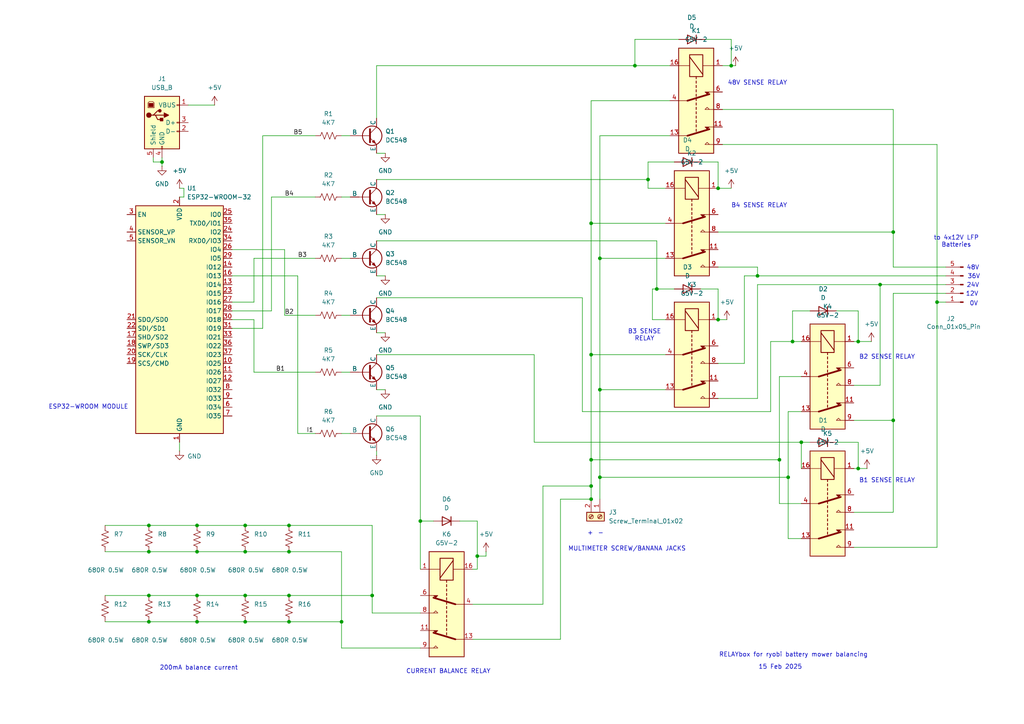
<source format=kicad_sch>
(kicad_sch (version 20231120) (generator "eeschema") (generator_version "8.0")
  (paper "A4")
  (lib_symbols
    (symbol "Connector:Conn_01x05_Pin" (pin_names (offset 1.016) hide)
      (property "Reference" "J" (at 0 7.62 0))
      (property "Value" "Conn_01x05_Pin" (at 0 -7.62 0))
      (symbol "Conn_01x05_Pin_1_1"
        (polyline (pts (xy 1.27 -5.08) (xy 0.8636 -5.08)) (stroke (width 0.1524)))
        (polyline (pts (xy 1.27 -2.54) (xy 0.8636 -2.54)) (stroke (width 0.1524)))
        (polyline (pts (xy 1.27 0) (xy 0.8636 0)) (stroke (width 0.1524)))
        (polyline (pts (xy 1.27 2.54) (xy 0.8636 2.54)) (stroke (width 0.1524)))
        (polyline (pts (xy 1.27 5.08) (xy 0.8636 5.08)) (stroke (width 0.1524)))
        (rectangle (start 0.8636 -4.953) (end 0 -5.207) (stroke (width 0.1524)) (fill (type outline)))
        (rectangle (start 0.8636 -2.413) (end 0 -2.667) (stroke (width 0.1524)) (fill (type outline)))
        (rectangle (start 0.8636 0.127) (end 0 -0.127) (stroke (width 0.1524)) (fill (type outline)))
        (rectangle (start 0.8636 2.667) (end 0 2.413) (stroke (width 0.1524)) (fill (type outline)))
        (rectangle (start 0.8636 5.207) (end 0 4.953) (stroke (width 0.1524)) (fill (type outline)))
        (pin passive line (at 5.08 5.08 180) (length 3.81) (name "Pin_1") (number "1"))
        (pin passive line (at 5.08 2.54 180) (length 3.81) (name "Pin_2") (number "2"))
        (pin passive line (at 5.08 0 180) (length 3.81) (name "Pin_3") (number "3"))
        (pin passive line (at 5.08 -2.54 180) (length 3.81) (name "Pin_4") (number "4"))
        (pin passive line (at 5.08 -5.08 180) (length 3.81) (name "Pin_5") (number "5"))
      )
    )
    (symbol "Connector:Screw_Terminal_01x02" (pin_names (offset 1.016) hide)
      (property "Reference" "J" (at 0 2.54 0))
      (property "Value" "Screw_Terminal_01x02" (at 0 -5.08 0))
      (symbol "Screw_Terminal_01x02_1_1"
        (rectangle (start -1.27 1.27) (end 1.27 -3.81) (stroke (width 0.254)) (fill (type background)))
        (circle (center 0 -2.54) (radius 0.635) (stroke (width 0.1524)))
        (polyline (pts (xy -0.5334 -2.2098) (xy 0.3302 -3.048)) (stroke (width 0.1524)))
        (polyline (pts (xy -0.5334 0.3302) (xy 0.3302 -0.508)) (stroke (width 0.1524)))
        (polyline (pts (xy -0.3556 -2.032) (xy 0.508 -2.8702)) (stroke (width 0.1524)))
        (polyline (pts (xy -0.3556 0.508) (xy 0.508 -0.3302)) (stroke (width 0.1524)))
        (circle (center 0 0) (radius 0.635) (stroke (width 0.1524)))
        (pin passive line (at -5.08 0 0) (length 3.81) (name "Pin_1") (number "1"))
        (pin passive line (at -5.08 -2.54 0) (length 3.81) (name "Pin_2") (number "2"))
      )
    )
    (symbol "Connector:USB_B" (pin_names (offset 1.016))
      (property "Reference" "J" (at -5.08 11.43 0))
      (property "Value" "USB_B" (at -5.08 8.89 0))
      (symbol "USB_B_0_1"
        (rectangle (start -5.08 -7.62) (end 5.08 7.62) (stroke (width 0.254)) (fill (type background)))
        (circle (center -3.81 2.159) (radius 0.635) (stroke (width 0.254)) (fill (type outline)))
        (rectangle (start -3.81 5.588) (end -2.54 4.572) (fill (type outline)))
        (circle (center -0.635 3.429) (radius 0.381) (stroke (width 0.254)) (fill (type outline)))
        (rectangle (start -0.127 -7.62) (end 0.127 -6.858))
        (polyline (pts (xy -1.905 2.159) (xy 0.635 2.159)) (stroke (width 0.254)))
        (polyline (pts (xy -3.175 2.159) (xy -2.54 2.159) (xy -1.27 3.429) (xy -0.635 3.429)) (stroke (width 0.254)))
        (polyline (pts (xy -2.54 2.159) (xy -1.905 2.159) (xy -1.27 0.889) (xy 0 0.889)) (stroke (width 0.254)))
        (polyline (pts (xy 0.635 2.794) (xy 0.635 1.524) (xy 1.905 2.159) (xy 0.635 2.794)) (stroke (width 0.254)) (fill (type outline)))
        (polyline (pts (xy -4.064 4.318) (xy -2.286 4.318) (xy -2.286 5.715) (xy -2.667 6.096) (xy -3.683 6.096) (xy -4.064 5.715) (xy -4.064 4.318)))
        (rectangle (start 0.254 1.27) (end -0.508 0.508) (stroke (width 0.254)) (fill (type outline)))
        (rectangle (start 5.08 -2.667) (end 4.318 -2.413))
        (rectangle (start 5.08 -0.127) (end 4.318 0.127))
        (rectangle (start 5.08 4.953) (end 4.318 5.207))
      )
      (symbol "USB_B_1_1"
        (pin power_out line (at 7.62 5.08 180) (length 2.54) (name "VBUS") (number "1"))
        (pin bidirectional line (at 7.62 -2.54 180) (length 2.54) (name "D-") (number "2"))
        (pin bidirectional line (at 7.62 0 180) (length 2.54) (name "D+") (number "3"))
        (pin power_out line (at 0 -10.16 90) (length 2.54) (name "GND") (number "4"))
        (pin passive line (at -2.54 -10.16 90) (length 2.54) (name "Shield") (number "5"))
      )
    )
    (symbol "Device:D" (pin_numbers hide) (pin_names (offset 1.016) hide)
      (property "Reference" "D" (at 0 2.54 0))
      (property "Value" "D" (at 0 -2.54 0))
      (symbol "D_0_1"
        (polyline (pts (xy -1.27 1.27) (xy -1.27 -1.27)) (stroke (width 0.254)))
        (polyline (pts (xy 1.27 0) (xy -1.27 0)))
        (polyline (pts (xy 1.27 1.27) (xy 1.27 -1.27) (xy -1.27 0) (xy 1.27 1.27)) (stroke (width 0.254)))
      )
      (symbol "D_1_1"
        (pin passive line (at -3.81 0 0) (length 2.54) (name "K") (number "1"))
        (pin passive line (at 3.81 0 180) (length 2.54) (name "A") (number "2"))
      )
    )
    (symbol "Device:R_US" (pin_numbers hide) (pin_names (offset 0))
      (property "Reference" "R" (at 2.54 0 90))
      (property "Value" "R_US" (at -2.54 0 90))
      (symbol "R_US_0_1"
        (polyline (pts (xy 0 -2.286) (xy 0 -2.54)))
        (polyline (pts (xy 0 2.286) (xy 0 2.54)))
        (polyline (pts (xy 0 -0.762) (xy 1.016 -1.143) (xy 0 -1.524) (xy -1.016 -1.905) (xy 0 -2.286)))
        (polyline (pts (xy 0 0.762) (xy 1.016 0.381) (xy 0 0) (xy -1.016 -0.381) (xy 0 -0.762)))
        (polyline (pts (xy 0 2.286) (xy 1.016 1.905) (xy 0 1.524) (xy -1.016 1.143) (xy 0 0.762)))
      )
      (symbol "R_US_1_1"
        (pin passive line (at 0 3.81 270) (length 1.27) (name "~") (number "1"))
        (pin passive line (at 0 -3.81 90) (length 1.27) (name "~") (number "2"))
      )
    )
    (symbol "RF_Module:ESP32-WROOM-32"
      (property "Reference" "U" (at -12.7 34.29 0))
      (property "Value" "ESP32-WROOM-32" (at 1.27 34.29 0))
      (symbol "ESP32-WROOM-32_0_1"
        (rectangle (start -12.7 33.02) (end 12.7 -33.02) (stroke (width 0.254)) (fill (type background)))
      )
      (symbol "ESP32-WROOM-32_1_1"
        (pin power_in line (at 0 -35.56 90) (length 2.54) (name "GND") (number "1"))
        (pin bidirectional line (at 15.24 -12.7 180) (length 2.54) (name "IO25") (number "10"))
        (pin bidirectional line (at 15.24 -15.24 180) (length 2.54) (name "IO26") (number "11"))
        (pin bidirectional line (at 15.24 -17.78 180) (length 2.54) (name "IO27") (number "12"))
        (pin bidirectional line (at 15.24 10.16 180) (length 2.54) (name "IO14") (number "13"))
        (pin bidirectional line (at 15.24 15.24 180) (length 2.54) (name "IO12") (number "14"))
        (pin passive line (at 0 -35.56 90) (length 2.54) hide (name "GND") (number "15"))
        (pin bidirectional line (at 15.24 12.7 180) (length 2.54) (name "IO13") (number "16"))
        (pin bidirectional line (at -15.24 -5.08 0) (length 2.54) (name "SHD/SD2") (number "17"))
        (pin bidirectional line (at -15.24 -7.62 0) (length 2.54) (name "SWP/SD3") (number "18"))
        (pin bidirectional line (at -15.24 -12.7 0) (length 2.54) (name "SCS/CMD") (number "19"))
        (pin power_in line (at 0 35.56 270) (length 2.54) (name "VDD") (number "2"))
        (pin bidirectional line (at -15.24 -10.16 0) (length 2.54) (name "SCK/CLK") (number "20"))
        (pin bidirectional line (at -15.24 0 0) (length 2.54) (name "SDO/SD0") (number "21"))
        (pin bidirectional line (at -15.24 -2.54 0) (length 2.54) (name "SDI/SD1") (number "22"))
        (pin bidirectional line (at 15.24 7.62 180) (length 2.54) (name "IO15") (number "23"))
        (pin bidirectional line (at 15.24 25.4 180) (length 2.54) (name "IO2") (number "24"))
        (pin bidirectional line (at 15.24 30.48 180) (length 2.54) (name "IO0") (number "25"))
        (pin bidirectional line (at 15.24 20.32 180) (length 2.54) (name "IO4") (number "26"))
        (pin bidirectional line (at 15.24 5.08 180) (length 2.54) (name "IO16") (number "27"))
        (pin bidirectional line (at 15.24 2.54 180) (length 2.54) (name "IO17") (number "28"))
        (pin bidirectional line (at 15.24 17.78 180) (length 2.54) (name "IO5") (number "29"))
        (pin input line (at -15.24 30.48 0) (length 2.54) (name "EN") (number "3"))
        (pin bidirectional line (at 15.24 0 180) (length 2.54) (name "IO18") (number "30"))
        (pin bidirectional line (at 15.24 -2.54 180) (length 2.54) (name "IO19") (number "31"))
        (pin no_connect line (at -12.7 -27.94 0) (length 2.54) hide (name "NC") (number "32"))
        (pin bidirectional line (at 15.24 -5.08 180) (length 2.54) (name "IO21") (number "33"))
        (pin bidirectional line (at 15.24 22.86 180) (length 2.54) (name "RXD0/IO3") (number "34"))
        (pin bidirectional line (at 15.24 27.94 180) (length 2.54) (name "TXD0/IO1") (number "35"))
        (pin bidirectional line (at 15.24 -7.62 180) (length 2.54) (name "IO22") (number "36"))
        (pin bidirectional line (at 15.24 -10.16 180) (length 2.54) (name "IO23") (number "37"))
        (pin passive line (at 0 -35.56 90) (length 2.54) hide (name "GND") (number "38"))
        (pin passive line (at 0 -35.56 90) (length 2.54) hide (name "GND") (number "39"))
        (pin input line (at -15.24 25.4 0) (length 2.54) (name "SENSOR_VP") (number "4"))
        (pin input line (at -15.24 22.86 0) (length 2.54) (name "SENSOR_VN") (number "5"))
        (pin input line (at 15.24 -25.4 180) (length 2.54) (name "IO34") (number "6"))
        (pin input line (at 15.24 -27.94 180) (length 2.54) (name "IO35") (number "7"))
        (pin bidirectional line (at 15.24 -20.32 180) (length 2.54) (name "IO32") (number "8"))
        (pin bidirectional line (at 15.24 -22.86 180) (length 2.54) (name "IO33") (number "9"))
      )
    )
    (symbol "Relay:G5V-2"
      (property "Reference" "K" (at 16.51 3.81 0))
      (property "Value" "G5V-2" (at 16.51 1.27 0))
      (symbol "G5V-2_0_1"
        (rectangle (start -15.24 5.08) (end 15.24 -5.08) (stroke (width 0.254)) (fill (type background)))
        (rectangle (start -13.335 1.905) (end -6.985 -1.905) (stroke (width 0.254)))
        (polyline (pts (xy -12.7 -1.905) (xy -7.62 1.905)) (stroke (width 0.254)))
        (polyline (pts (xy -10.16 -5.08) (xy -10.16 -1.905)))
        (polyline (pts (xy -10.16 5.08) (xy -10.16 1.905)))
        (polyline (pts (xy -6.985 0) (xy -6.35 0)) (stroke (width 0.254)))
        (polyline (pts (xy -5.715 0) (xy -5.08 0)) (stroke (width 0.254)))
        (polyline (pts (xy -4.445 0) (xy -3.81 0)) (stroke (width 0.254)))
        (polyline (pts (xy -3.175 0) (xy -2.54 0)) (stroke (width 0.254)))
        (polyline (pts (xy -1.905 0) (xy -1.27 0)) (stroke (width 0.254)))
        (polyline (pts (xy -0.635 0) (xy 0 0)) (stroke (width 0.254)))
        (polyline (pts (xy 0 -2.54) (xy -1.905 3.81)) (stroke (width 0.508)))
        (polyline (pts (xy 0 -2.54) (xy 0 -5.08)))
        (polyline (pts (xy 0.635 0) (xy 1.27 0)) (stroke (width 0.254)))
        (polyline (pts (xy 1.905 0) (xy 2.54 0)) (stroke (width 0.254)))
        (polyline (pts (xy 3.175 0) (xy 3.81 0)) (stroke (width 0.254)))
        (polyline (pts (xy 4.445 0) (xy 5.08 0)) (stroke (width 0.254)))
        (polyline (pts (xy 5.715 0) (xy 6.35 0)) (stroke (width 0.254)))
        (polyline (pts (xy 6.985 0) (xy 7.62 0)) (stroke (width 0.254)))
        (polyline (pts (xy 8.255 0) (xy 8.89 0)) (stroke (width 0.254)))
        (polyline (pts (xy 10.16 -2.54) (xy 8.255 3.81)) (stroke (width 0.508)))
        (polyline (pts (xy 10.16 -2.54) (xy 10.16 -5.08)))
        (polyline (pts (xy -2.54 5.08) (xy -2.54 2.54) (xy -1.905 3.175) (xy -2.54 3.81)) (fill (type outline)))
        (polyline (pts (xy 2.54 5.08) (xy 2.54 2.54) (xy 1.905 3.175) (xy 2.54 3.81)))
        (polyline (pts (xy 7.62 5.08) (xy 7.62 2.54) (xy 8.255 3.175) (xy 7.62 3.81)) (fill (type outline)))
        (polyline (pts (xy 12.7 5.08) (xy 12.7 2.54) (xy 12.065 3.175) (xy 12.7 3.81)))
      )
      (symbol "G5V-2_1_1"
        (pin passive line (at -10.16 7.62 270) (length 2.54) (name "~") (number "1"))
        (pin passive line (at 7.62 7.62 270) (length 2.54) (name "~") (number "11"))
        (pin passive line (at 10.16 -7.62 90) (length 2.54) (name "~") (number "13"))
        (pin passive line (at -10.16 -7.62 90) (length 2.54) (name "~") (number "16"))
        (pin passive line (at 0 -7.62 90) (length 2.54) (name "~") (number "4"))
        (pin passive line (at -2.54 7.62 270) (length 2.54) (name "~") (number "6"))
        (pin passive line (at 2.54 7.62 270) (length 2.54) (name "~") (number "8"))
        (pin passive line (at 12.7 7.62 270) (length 2.54) (name "~") (number "9"))
      )
    )
    (symbol "Simulation_SPICE:NPN" (pin_numbers hide) (pin_names (offset 0))
      (property "Reference" "Q" (at -2.54 7.62 0))
      (property "Value" "NPN" (at -2.54 5.08 0))
      (symbol "NPN_0_1"
        (polyline (pts (xy -2.54 0) (xy 0.635 0)) (stroke (width 0.1524)))
        (polyline (pts (xy 0.635 0.635) (xy 2.54 2.54)))
        (polyline (pts (xy 2.794 -1.27) (xy 2.794 -1.27)) (stroke (width 0.1524)))
        (polyline (pts (xy 2.794 -1.27) (xy 2.794 -1.27)) (stroke (width 0.1524)))
        (polyline (pts (xy 0.635 -0.635) (xy 2.54 -2.54) (xy 2.54 -2.54)))
        (polyline (pts (xy 0.635 1.905) (xy 0.635 -1.905) (xy 0.635 -1.905)) (stroke (width 0.508)))
        (polyline (pts (xy 1.27 -1.778) (xy 1.778 -1.27) (xy 2.286 -2.286) (xy 1.27 -1.778) (xy 1.27 -1.778)) (fill (type outline)))
        (circle (center 1.27 0) (radius 2.8194) (stroke (width 0.254)))
      )
      (symbol "NPN_1_1"
        (pin open_collector line (at 2.54 5.08 270) (length 2.54) (name "C") (number "1"))
        (pin input line (at -5.08 0 0) (length 2.54) (name "B") (number "2"))
        (pin open_emitter line (at 2.54 -5.08 90) (length 2.54) (name "E") (number "3"))
      )
    )
    (symbol "power:+5V" (power) (pin_numbers hide) (pin_names (offset 0) hide)
      (property "Value" "+5V" (at 0 3.556 0))
      (symbol "+5V_0_1"
        (polyline (pts (xy -0.762 1.27) (xy 0 2.54)))
        (polyline (pts (xy 0 0) (xy 0 2.54)))
        (polyline (pts (xy 0 2.54) (xy 0.762 1.27)))
      )
      (symbol "+5V_1_1"
        (pin power_in line (at 0 0 90) (length 0) (name "~") (number "1"))
      )
    )
    (symbol "power:GND" (power) (pin_numbers hide) (pin_names (offset 0) hide)
      (property "Value" "GND" (at 0 -3.81 0))
      (symbol "GND_0_1"
        (polyline (pts (xy 0 0) (xy 0 -1.27) (xy 1.27 -1.27) (xy 0 -2.54) (xy -1.27 -1.27) (xy 0 -1.27)))
      )
      (symbol "GND_1_1"
        (pin power_in line (at 0 0 270) (length 0) (name "~") (number "1"))
      )
    )
  )
  (junction (at 171.45 133.35))
  (junction (at 71.12 172.72))
  (junction (at 190.5 83.82))
  (junction (at 107.95 172.72))
  (junction (at 229.87 99.06))
  (junction (at 259.08 121.92))
  (junction (at 173.99 113.03))
  (junction (at 138.43 161.29))
  (junction (at 212.09 19.05))
  (junction (at 208.28 54.61))
  (junction (at 171.45 64.77))
  (junction (at 83.82 180.34))
  (junction (at 232.41 128.27))
  (junction (at 228.6 138.43))
  (junction (at 83.82 152.4))
  (junction (at 43.18 160.02))
  (junction (at 43.18 152.4))
  (junction (at 71.12 160.02))
  (junction (at 57.15 180.34))
  (junction (at 171.45 102.87))
  (junction (at 83.82 172.72))
  (junction (at 171.45 144.78))
  (junction (at 57.15 172.72))
  (junction (at 226.06 133.35))
  (junction (at 255.27 82.55))
  (junction (at 187.96 52.07))
  (junction (at 248.92 135.89))
  (junction (at 43.18 180.34))
  (junction (at 219.71 80.01))
  (junction (at 248.92 99.06))
  (junction (at 184.15 19.05))
  (junction (at 43.18 172.72))
  (junction (at 173.99 74.93))
  (junction (at 83.82 160.02))
  (junction (at 99.06 180.34))
  (junction (at 57.15 152.4))
  (junction (at 171.45 140.97))
  (junction (at 271.78 87.63))
  (junction (at 57.15 160.02))
  (junction (at 71.12 152.4))
  (junction (at 208.28 92.71))
  (junction (at 46.99 46.99))
  (junction (at 71.12 180.34))
  (junction (at 173.99 138.43))
  (junction (at 121.92 151.13))
  (junction (at 259.08 67.31))
  (wire (pts (xy 121.92 151.13) (xy 125.73 151.13)))
  (wire (pts (xy 190.5 83.82) (xy 189.23 83.82)))
  (wire (pts (xy 171.45 144.78) (xy 162.56 144.78)))
  (wire (pts (xy 78.74 57.15) (xy 91.44 57.15)))
  (wire (pts (xy 138.43 161.29) (xy 138.43 165.1)))
  (wire (pts (xy 223.52 99.06) (xy 229.87 99.06)))
  (wire (pts (xy 91.44 91.44) (xy 82.55 91.44)))
  (wire (pts (xy 30.48 172.72) (xy 43.18 172.72)))
  (wire (pts (xy 76.2 95.25) (xy 76.2 39.37)))
  (wire (pts (xy 171.45 140.97) (xy 171.45 144.78)))
  (wire (pts (xy 71.12 152.4) (xy 83.82 152.4)))
  (wire (pts (xy 209.55 31.75) (xy 259.08 31.75)))
  (wire (pts (xy 173.99 39.37) (xy 194.31 39.37)))
  (wire (pts (xy 99.06 187.96) (xy 99.06 180.34)))
  (wire (pts (xy 171.45 64.77) (xy 171.45 102.87)))
  (wire (pts (xy 171.45 29.21) (xy 171.45 64.77)))
  (wire (pts (xy 203.2 46.99) (xy 208.28 46.99)))
  (wire (pts (xy 195.58 83.82) (xy 190.5 83.82)))
  (wire (pts (xy 187.96 54.61) (xy 193.04 54.61)))
  (wire (pts (xy 157.48 140.97) (xy 157.48 175.26)))
  (wire (pts (xy 184.15 11.43) (xy 184.15 19.05)))
  (wire (pts (xy 107.95 172.72) (xy 107.95 152.4)))
  (wire (pts (xy 107.95 152.4) (xy 83.82 152.4)))
  (wire (pts (xy 109.22 62.23) (xy 111.76 62.23)))
  (wire (pts (xy 99.06 160.02) (xy 99.06 180.34)))
  (wire (pts (xy 99.06 125.73) (xy 101.6 125.73)))
  (wire (pts (xy 248.92 135.89) (xy 251.46 135.89)))
  (wire (pts (xy 219.71 115.57) (xy 219.71 82.55)))
  (wire (pts (xy 109.22 113.03) (xy 111.76 113.03)))
  (wire (pts (xy 168.91 119.38) (xy 223.52 119.38)))
  (wire (pts (xy 109.22 34.29) (xy 109.22 19.05)))
  (wire (pts (xy 52.07 128.27) (xy 52.07 130.81)))
  (wire (pts (xy 82.55 91.44) (xy 82.55 72.39)))
  (wire (pts (xy 99.06 74.93) (xy 101.6 74.93)))
  (wire (pts (xy 204.47 11.43) (xy 212.09 11.43)))
  (wire (pts (xy 171.45 133.35) (xy 171.45 140.97)))
  (wire (pts (xy 228.6 119.38) (xy 228.6 138.43)))
  (wire (pts (xy 86.36 125.73) (xy 86.36 80.01)))
  (wire (pts (xy 232.41 109.22) (xy 226.06 109.22)))
  (wire (pts (xy 46.99 45.72) (xy 46.99 46.99)))
  (wire (pts (xy 247.65 158.75) (xy 271.78 158.75)))
  (wire (pts (xy 219.71 82.55) (xy 255.27 82.55)))
  (wire (pts (xy 30.48 160.02) (xy 43.18 160.02)))
  (wire (pts (xy 171.45 102.87) (xy 193.04 102.87)))
  (wire (pts (xy 173.99 138.43) (xy 228.6 138.43)))
  (wire (pts (xy 57.15 180.34) (xy 71.12 180.34)))
  (wire (pts (xy 223.52 119.38) (xy 223.52 99.06)))
  (wire (pts (xy 43.18 160.02) (xy 57.15 160.02)))
  (wire (pts (xy 208.28 105.41) (xy 215.9 105.41)))
  (wire (pts (xy 30.48 180.34) (xy 43.18 180.34)))
  (wire (pts (xy 189.23 83.82) (xy 189.23 92.71)))
  (wire (pts (xy 154.94 102.87) (xy 154.94 128.27)))
  (wire (pts (xy 274.32 80.01) (xy 219.71 80.01)))
  (wire (pts (xy 82.55 72.39) (xy 67.31 72.39)))
  (wire (pts (xy 173.99 138.43) (xy 173.99 113.03)))
  (wire (pts (xy 194.31 29.21) (xy 171.45 29.21)))
  (wire (pts (xy 274.32 82.55) (xy 255.27 82.55)))
  (wire (pts (xy 229.87 90.17) (xy 229.87 99.06)))
  (wire (pts (xy 78.74 90.17) (xy 78.74 57.15)))
  (wire (pts (xy 234.95 128.27) (xy 232.41 128.27)))
  (wire (pts (xy 44.45 46.99) (xy 44.45 45.72)))
  (wire (pts (xy 190.5 69.85) (xy 190.5 83.82)))
  (wire (pts (xy 73.66 74.93) (xy 73.66 87.63)))
  (wire (pts (xy 54.61 30.48) (xy 62.23 30.48)))
  (wire (pts (xy 57.15 152.4) (xy 71.12 152.4)))
  (wire (pts (xy 271.78 87.63) (xy 274.32 87.63)))
  (wire (pts (xy 187.96 46.99) (xy 187.96 52.07)))
  (wire (pts (xy 109.22 130.81) (xy 109.22 132.08)))
  (wire (pts (xy 121.92 187.96) (xy 99.06 187.96)))
  (wire (pts (xy 109.22 19.05) (xy 184.15 19.05)))
  (wire (pts (xy 73.66 87.63) (xy 67.31 87.63)))
  (wire (pts (xy 248.92 90.17) (xy 248.92 99.06)))
  (wire (pts (xy 242.57 90.17) (xy 248.92 90.17)))
  (wire (pts (xy 226.06 133.35) (xy 226.06 146.05)))
  (wire (pts (xy 109.22 69.85) (xy 190.5 69.85)))
  (wire (pts (xy 157.48 175.26) (xy 137.16 175.26)))
  (wire (pts (xy 138.43 161.29) (xy 140.97 161.29)))
  (wire (pts (xy 259.08 77.47) (xy 274.32 77.47)))
  (wire (pts (xy 271.78 158.75) (xy 271.78 87.63)))
  (wire (pts (xy 219.71 77.47) (xy 219.71 80.01)))
  (wire (pts (xy 57.15 160.02) (xy 71.12 160.02)))
  (wire (pts (xy 121.92 151.13) (xy 121.92 120.65)))
  (wire (pts (xy 248.92 99.06) (xy 252.73 99.06)))
  (wire (pts (xy 83.82 160.02) (xy 99.06 160.02)))
  (wire (pts (xy 73.66 107.95) (xy 73.66 92.71)))
  (wire (pts (xy 271.78 87.63) (xy 271.78 41.91)))
  (wire (pts (xy 137.16 185.42) (xy 162.56 185.42)))
  (wire (pts (xy 83.82 172.72) (xy 107.95 172.72)))
  (wire (pts (xy 171.45 140.97) (xy 157.48 140.97)))
  (wire (pts (xy 248.92 128.27) (xy 248.92 135.89)))
  (wire (pts (xy 212.09 11.43) (xy 212.09 19.05)))
  (wire (pts (xy 121.92 177.8) (xy 107.95 177.8)))
  (wire (pts (xy 109.22 102.87) (xy 154.94 102.87)))
  (wire (pts (xy 229.87 99.06) (xy 232.41 99.06)))
  (wire (pts (xy 171.45 102.87) (xy 171.45 133.35)))
  (wire (pts (xy 259.08 67.31) (xy 259.08 77.47)))
  (wire (pts (xy 52.07 57.15) (xy 53.34 57.15)))
  (wire (pts (xy 109.22 86.36) (xy 168.91 86.36)))
  (wire (pts (xy 99.06 57.15) (xy 101.6 57.15)))
  (wire (pts (xy 247.65 99.06) (xy 248.92 99.06)))
  (wire (pts (xy 171.45 133.35) (xy 226.06 133.35)))
  (wire (pts (xy 121.92 165.1) (xy 121.92 151.13)))
  (wire (pts (xy 234.95 90.17) (xy 229.87 90.17)))
  (wire (pts (xy 86.36 80.01) (xy 67.31 80.01)))
  (wire (pts (xy 226.06 146.05) (xy 232.41 146.05)))
  (wire (pts (xy 196.85 11.43) (xy 184.15 11.43)))
  (wire (pts (xy 232.41 128.27) (xy 232.41 135.89)))
  (wire (pts (xy 99.06 91.44) (xy 101.6 91.44)))
  (wire (pts (xy 109.22 96.52) (xy 111.76 96.52)))
  (wire (pts (xy 208.28 46.99) (xy 208.28 54.61)))
  (wire (pts (xy 107.95 177.8) (xy 107.95 172.72)))
  (wire (pts (xy 71.12 160.02) (xy 83.82 160.02)))
  (wire (pts (xy 91.44 107.95) (xy 73.66 107.95)))
  (wire (pts (xy 195.58 46.99) (xy 187.96 46.99)))
  (wire (pts (xy 242.57 128.27) (xy 248.92 128.27)))
  (wire (pts (xy 168.91 86.36) (xy 168.91 119.38)))
  (wire (pts (xy 57.15 172.72) (xy 71.12 172.72)))
  (wire (pts (xy 67.31 90.17) (xy 78.74 90.17)))
  (wire (pts (xy 215.9 80.01) (xy 219.71 80.01)))
  (wire (pts (xy 228.6 138.43) (xy 228.6 156.21)))
  (wire (pts (xy 247.65 135.89) (xy 248.92 135.89)))
  (wire (pts (xy 99.06 39.37) (xy 101.6 39.37)))
  (wire (pts (xy 247.65 111.76) (xy 255.27 111.76)))
  (wire (pts (xy 30.48 152.4) (xy 43.18 152.4)))
  (wire (pts (xy 173.99 113.03) (xy 173.99 74.93)))
  (wire (pts (xy 208.28 115.57) (xy 219.71 115.57)))
  (wire (pts (xy 46.99 46.99) (xy 44.45 46.99)))
  (wire (pts (xy 259.08 31.75) (xy 259.08 67.31)))
  (wire (pts (xy 271.78 41.91) (xy 209.55 41.91)))
  (wire (pts (xy 259.08 148.59) (xy 247.65 148.59)))
  (wire (pts (xy 189.23 92.71) (xy 193.04 92.71)))
  (wire (pts (xy 208.28 92.71) (xy 208.28 83.82)))
  (wire (pts (xy 274.32 85.09) (xy 259.08 85.09)))
  (wire (pts (xy 138.43 151.13) (xy 138.43 161.29)))
  (wire (pts (xy 232.41 119.38) (xy 228.6 119.38)))
  (wire (pts (xy 91.44 125.73) (xy 86.36 125.73)))
  (wire (pts (xy 171.45 64.77) (xy 193.04 64.77)))
  (wire (pts (xy 46.99 46.99) (xy 46.99 48.26)))
  (wire (pts (xy 43.18 180.34) (xy 57.15 180.34)))
  (wire (pts (xy 173.99 113.03) (xy 193.04 113.03)))
  (wire (pts (xy 226.06 109.22) (xy 226.06 133.35)))
  (wire (pts (xy 99.06 107.95) (xy 101.6 107.95)))
  (wire (pts (xy 53.34 54.61) (xy 52.07 54.61)))
  (wire (pts (xy 76.2 39.37) (xy 91.44 39.37)))
  (wire (pts (xy 154.94 128.27) (xy 232.41 128.27)))
  (wire (pts (xy 215.9 80.01) (xy 215.9 105.41)))
  (wire (pts (xy 173.99 144.78) (xy 173.99 138.43)))
  (wire (pts (xy 109.22 80.01) (xy 111.76 80.01)))
  (wire (pts (xy 140.97 160.02) (xy 140.97 161.29)))
  (wire (pts (xy 162.56 144.78) (xy 162.56 185.42)))
  (wire (pts (xy 109.22 44.45) (xy 111.76 44.45)))
  (wire (pts (xy 121.92 120.65) (xy 109.22 120.65)))
  (wire (pts (xy 184.15 19.05) (xy 194.31 19.05)))
  (wire (pts (xy 53.34 57.15) (xy 53.34 54.61)))
  (wire (pts (xy 212.09 19.05) (xy 213.36 19.05)))
  (wire (pts (xy 67.31 95.25) (xy 76.2 95.25)))
  (wire (pts (xy 187.96 52.07) (xy 187.96 54.61)))
  (wire (pts (xy 247.65 121.92) (xy 259.08 121.92)))
  (wire (pts (xy 208.28 77.47) (xy 219.71 77.47)))
  (wire (pts (xy 208.28 92.71) (xy 210.82 92.71)))
  (wire (pts (xy 228.6 156.21) (xy 232.41 156.21)))
  (wire (pts (xy 99.06 180.34) (xy 83.82 180.34)))
  (wire (pts (xy 43.18 152.4) (xy 57.15 152.4)))
  (wire (pts (xy 43.18 172.72) (xy 57.15 172.72)))
  (wire (pts (xy 91.44 74.93) (xy 73.66 74.93)))
  (wire (pts (xy 173.99 74.93) (xy 193.04 74.93)))
  (wire (pts (xy 71.12 180.34) (xy 83.82 180.34)))
  (wire (pts (xy 259.08 85.09) (xy 259.08 121.92)))
  (wire (pts (xy 133.35 151.13) (xy 138.43 151.13)))
  (wire (pts (xy 208.28 67.31) (xy 259.08 67.31)))
  (wire (pts (xy 209.55 19.05) (xy 212.09 19.05)))
  (wire (pts (xy 71.12 172.72) (xy 83.82 172.72)))
  (wire (pts (xy 208.28 54.61) (xy 212.09 54.61)))
  (wire (pts (xy 255.27 82.55) (xy 255.27 111.76)))
  (wire (pts (xy 259.08 121.92) (xy 259.08 148.59)))
  (wire (pts (xy 109.22 52.07) (xy 187.96 52.07)))
  (wire (pts (xy 73.66 92.71) (xy 67.31 92.71)))
  (wire (pts (xy 138.43 165.1) (xy 137.16 165.1)))
  (wire (pts (xy 173.99 74.93) (xy 173.99 39.37)))
  (wire (pts (xy 208.28 83.82) (xy 203.2 83.82)))
  (text "B4 SENSE RELAY" (at 220.218 59.69 0) (effects (font (size 1.27 1.27))))
  (text "to 4x12V LFP\nBatteries" (at 277.368 70.104 0) (effects (font (size 1.27 1.27))))
  (text "15 Feb 2025" (at 226.314 193.548 0) (effects (font (size 1.27 1.27))))
  (text "12V" (at 281.94 85.344 0) (effects (font (size 1.27 1.27))))
  (text "0V" (at 282.448 88.138 0) (effects (font (size 1.27 1.27))))
  (text "B2 SENSE RELAY" (at 257.302 103.632 0) (effects (font (size 1.27 1.27))))
  (text "200mA balance current" (at 57.658 193.802 0) (effects (font (size 1.27 1.27))))
  (text "24V" (at 282.194 82.804 0) (effects (font (size 1.27 1.27))))
  (text "ESP32-WROOM MODULE" (at 25.654 118.11 0) (effects (font (size 1.27 1.27))))
  (text "CURRENT BALANCE RELAY" (at 130.048 194.818 0) (effects (font (size 1.27 1.27))))
  (text "36V" (at 282.448 80.264 0) (effects (font (size 1.27 1.27))))
  (text "48V SENSE RELAY" (at 219.71 24.13 0) (effects (font (size 1.27 1.27))))
  (text "48V" (at 282.194 77.724 0) (effects (font (size 1.27 1.27))))
  (text "B1 SENSE RELAY" (at 257.302 139.446 0) (effects (font (size 1.27 1.27))))
  (text "+" (at 171.196 154.686 0) (effects (font (size 1.27 1.27))))
  (text "B3 SENSE\nRELAY" (at 186.944 97.282 0) (effects (font (size 1.27 1.27))))
  (text "MULTIMETER SCREW/BANANA JACKS" (at 181.864 159.258 0) (effects (font (size 1.27 1.27))))
  (text "-" (at 174.244 154.686 0) (effects (font (size 1.27 1.27))))
  (text "RELAYbox for ryobi battery mower balancing" (at 230.124 189.992 0) (effects (font (size 1.27 1.27))))
  (label "B2" (at 82.55 91.44 0))
  (label "B3" (at 86.36 74.93 0))
  (label "B1" (at 80.01 107.95 0))
  (label "I1" (at 88.9 125.73 0))
  (label "B5" (at 85.09 39.37 0))
  (label "B4" (at 82.55 57.15 0))
  (symbol (lib_id "Device:R_US") (at 57.15 156.21 0) (unit 1)
    (property "Reference" "R9" (at 59.69 154.9399 0) (effects (justify left)))
    (property "Value" "680R 0.5W" (at 52.07 165.354 0) (effects (justify left)))
    (property "Description" "Resistor, US symbol" (effects (hide yes)))
  )
  (symbol (lib_id "Relay:G5V-2") (at 201.93 29.21 270) (unit 1)
    (property "Reference" "K1" (at 201.93 8.89 90))
    (property "Value" "G5V-2" (at 201.93 11.43 90))
    (property "Footprint" "Relay_THT:Relay_DPDT_Omron_G5V-2" (effects (hide yes)))
    (property "Datasheet" "http://omronfs.omron.com/en_US/ecb/products/pdf/en-g5v_2.pdf" (effects (hide yes)))
    (property "Description" "Relay Miniature Omron DPDT" (effects (hide yes)))
  )
  (symbol (lib_id "Device:D") (at 129.54 151.13 180) (unit 1)
    (property "Reference" "D6" (at 129.54 144.78 0))
    (property "Value" "D" (at 129.54 147.32 0))
    (property "Description" "Diode" (effects (hide yes)))
    (property "Sim.Device" "D" (effects (hide yes)))
    (property "Sim.Pins" "1=K 2=A" (effects (hide yes)))
  )
  (symbol (lib_id "Device:D") (at 238.76 90.17 180) (unit 1)
    (property "Reference" "D2" (at 238.76 83.82 0))
    (property "Value" "D" (at 238.76 86.36 0))
    (property "Description" "Diode" (effects (hide yes)))
    (property "Sim.Device" "D" (effects (hide yes)))
    (property "Sim.Pins" "1=K 2=A" (effects (hide yes)))
  )
  (symbol (lib_id "power:GND") (at 46.99 48.26 0) (unit 1)
    (property "Reference" "#PWR02" (effects (hide yes)))
    (property "Value" "GND" (at 46.99 53.34 0))
    (property "Description" "Power symbol creates a global label with name \"GND\" , ground" (effects (hide yes)))
  )
  (symbol (lib_id "Device:R_US") (at 30.48 156.21 0) (unit 1)
    (property "Reference" "R7" (at 33.02 154.9399 0) (effects (justify left)))
    (property "Value" "680R 0.5W" (at 25.4 165.354 0) (effects (justify left)))
    (property "Description" "Resistor, US symbol" (effects (hide yes)))
  )
  (symbol (lib_id "power:+5V") (at 52.07 54.61 0) (unit 1)
    (property "Reference" "#PWR010" (effects (hide yes)))
    (property "Value" "+5V" (at 52.07 49.53 0))
    (property "Description" "Power symbol creates a global label with name \"+5V\"" (effects (hide yes)))
  )
  (symbol (lib_id "Device:R_US") (at 71.12 176.53 0) (unit 1)
    (property "Reference" "R15" (at 73.66 175.2599 0) (effects (justify left)))
    (property "Value" "680R 0.5W" (at 66.04 185.674 0) (effects (justify left)))
    (property "Description" "Resistor, US symbol" (effects (hide yes)))
  )
  (symbol (lib_id "power:GND") (at 52.07 130.81 0) (unit 1)
    (property "Reference" "#PWR01" (effects (hide yes)))
    (property "Value" "GND" (at 56.388 132.334 0))
    (property "Description" "Power symbol creates a global label with name \"GND\" , ground" (effects (hide yes)))
  )
  (symbol (lib_id "power:+5V") (at 213.36 19.05 0) (unit 1)
    (property "Reference" "#PWR011" (effects (hide yes)))
    (property "Value" "+5V" (at 213.36 13.97 0))
    (property "Description" "Power symbol creates a global label with name \"+5V\"" (effects (hide yes)))
  )
  (symbol (lib_id "Simulation_SPICE:NPN") (at 106.68 57.15 0) (unit 1)
    (property "Reference" "Q2" (at 111.76 55.8799 0) (effects (justify left)))
    (property "Value" "BC548" (at 111.76 58.4199 0) (effects (justify left)))
    (property "Datasheet" "https://ngspice.sourceforge.io/docs/ngspice-html-manual/manual.xhtml#cha_BJTs" (effects (hide yes)))
    (property "Description" "Bipolar transistor symbol for simulation only, substrate tied to the emitter" (effects (hide yes)))
    (property "Sim.Device" "NPN" (effects (hide yes)))
    (property "Sim.Type" "GUMMELPOON" (effects (hide yes)))
    (property "Sim.Pins" "1=C 2=B 3=E" (effects (hide yes)))
  )
  (symbol (lib_id "Simulation_SPICE:NPN") (at 106.68 125.73 0) (unit 1)
    (property "Reference" "Q6" (at 111.76 124.4599 0) (effects (justify left)))
    (property "Value" "BC548" (at 111.76 126.9999 0) (effects (justify left)))
    (property "Datasheet" "https://ngspice.sourceforge.io/docs/ngspice-html-manual/manual.xhtml#cha_BJTs" (effects (hide yes)))
    (property "Description" "Bipolar transistor symbol for simulation only, substrate tied to the emitter" (effects (hide yes)))
    (property "Sim.Device" "NPN" (effects (hide yes)))
    (property "Sim.Type" "GUMMELPOON" (effects (hide yes)))
    (property "Sim.Pins" "1=C 2=B 3=E" (effects (hide yes)))
  )
  (symbol (lib_id "Simulation_SPICE:NPN") (at 106.68 74.93 0) (unit 1)
    (property "Reference" "Q3" (at 111.76 73.6599 0) (effects (justify left)))
    (property "Value" "BC548" (at 111.76 76.1999 0) (effects (justify left)))
    (property "Datasheet" "https://ngspice.sourceforge.io/docs/ngspice-html-manual/manual.xhtml#cha_BJTs" (effects (hide yes)))
    (property "Description" "Bipolar transistor symbol for simulation only, substrate tied to the emitter" (effects (hide yes)))
    (property "Sim.Device" "NPN" (effects (hide yes)))
    (property "Sim.Type" "GUMMELPOON" (effects (hide yes)))
    (property "Sim.Pins" "1=C 2=B 3=E" (effects (hide yes)))
  )
  (symbol (lib_id "power:GND") (at 111.76 44.45 0) (unit 1)
    (property "Reference" "#PWR08" (effects (hide yes)))
    (property "Value" "GND" (at 111.76 49.53 0))
    (property "Description" "Power symbol creates a global label with name \"GND\" , ground" (effects (hide yes)))
  )
  (symbol (lib_id "Simulation_SPICE:NPN") (at 106.68 39.37 0) (unit 1)
    (property "Reference" "Q1" (at 111.76 38.0999 0) (effects (justify left)))
    (property "Value" "DC548" (at 111.76 40.6399 0) (effects (justify left)))
    (property "Datasheet" "https://ngspice.sourceforge.io/docs/ngspice-html-manual/manual.xhtml#cha_BJTs" (effects (hide yes)))
    (property "Description" "Bipolar transistor symbol for simulation only, substrate tied to the emitter" (effects (hide yes)))
    (property "Sim.Device" "NPN" (effects (hide yes)))
    (property "Sim.Type" "GUMMELPOON" (effects (hide yes)))
    (property "Sim.Pins" "1=C 2=B 3=E" (effects (hide yes)))
  )
  (symbol (lib_id "Device:R_US") (at 95.25 39.37 90) (unit 1)
    (property "Reference" "R1" (at 95.25 33.02 90))
    (property "Value" "4K7" (at 95.25 35.56 90))
    (property "Description" "Resistor, US symbol" (effects (hide yes)))
  )
  (symbol (lib_id "Device:R_US") (at 57.15 176.53 0) (unit 1)
    (property "Reference" "R14" (at 59.69 175.2599 0) (effects (justify left)))
    (property "Value" "680R 0.5W" (at 52.07 185.674 0) (effects (justify left)))
    (property "Description" "Resistor, US symbol" (effects (hide yes)))
  )
  (symbol (lib_id "Simulation_SPICE:NPN") (at 106.68 91.44 0) (unit 1)
    (property "Reference" "Q4" (at 111.76 90.1699 0) (effects (justify left)))
    (property "Value" "BC548" (at 111.76 92.7099 0) (effects (justify left)))
    (property "Datasheet" "https://ngspice.sourceforge.io/docs/ngspice-html-manual/manual.xhtml#cha_BJTs" (effects (hide yes)))
    (property "Description" "Bipolar transistor symbol for simulation only, substrate tied to the emitter" (effects (hide yes)))
    (property "Sim.Device" "NPN" (effects (hide yes)))
    (property "Sim.Type" "GUMMELPOON" (effects (hide yes)))
    (property "Sim.Pins" "1=C 2=B 3=E" (effects (hide yes)))
  )
  (symbol (lib_id "Device:R_US") (at 30.48 176.53 0) (unit 1)
    (property "Reference" "R12" (at 33.02 175.2599 0) (effects (justify left)))
    (property "Value" "680R 0.5W" (at 25.4 185.674 0) (effects (justify left)))
    (property "Description" "Resistor, US symbol" (effects (hide yes)))
  )
  (symbol (lib_id "Connector:Conn_01x05_Pin") (at 279.4 82.55 180) (unit 1)
    (property "Reference" "J2" (at 274.574 92.456 0) (effects (justify right)))
    (property "Value" "Conn_01x05_Pin" (at 268.732 94.742 0) (effects (justify right)))
    (property "Description" "Generic connector, single row, 01x05, script generated" (effects (hide yes)))
  )
  (symbol (lib_id "Device:R_US") (at 95.25 91.44 90) (unit 1)
    (property "Reference" "R4" (at 95.25 85.09 90))
    (property "Value" "4K7" (at 95.25 87.63 90))
    (property "Description" "Resistor, US symbol" (effects (hide yes)))
  )
  (symbol (lib_id "Device:R_US") (at 95.25 107.95 90) (unit 1)
    (property "Reference" "R5" (at 95.25 101.6 90))
    (property "Value" "4K7" (at 95.25 104.14 90))
    (property "Description" "Resistor, US symbol" (effects (hide yes)))
  )
  (symbol (lib_id "Relay:G5V-2") (at 240.03 146.05 270) (unit 1)
    (property "Reference" "K5" (at 240.03 125.73 90))
    (property "Value" "G5V-2" (at 240.03 128.27 90))
    (property "Footprint" "Relay_THT:Relay_DPDT_Omron_G5V-2" (effects (hide yes)))
    (property "Datasheet" "http://omronfs.omron.com/en_US/ecb/products/pdf/en-g5v_2.pdf" (effects (hide yes)))
    (property "Description" "Relay Miniature Omron DPDT" (effects (hide yes)))
  )
  (symbol (lib_id "RF_Module:ESP32-WROOM-32") (at 52.07 92.71 0) (unit 1)
    (property "Reference" "U1" (at 54.2641 54.61 0) (effects (justify left)))
    (property "Value" "ESP32-WROOM-32" (at 54.2641 57.15 0) (effects (justify left)))
    (property "Footprint" "RF_Module:ESP32-WROOM-32" (effects (hide yes)))
    (property "Datasheet" "https://www.espressif.com/sites/default/files/documentation/esp32-wroom-32_datasheet_en.pdf" (effects (hide yes)))
    (property "Description" "RF Module, ESP32-D0WDQ6 SoC, Wi-Fi 802.11b/g/n, Bluetooth, BLE, 32-bit, 2.7-3.6V, onboard antenna, SMD" (effects (hide yes)))
  )
  (symbol (lib_id "Device:R_US") (at 83.82 176.53 0) (unit 1)
    (property "Reference" "R16" (at 86.36 175.2599 0) (effects (justify left)))
    (property "Value" "680R 0.5W" (at 78.74 185.674 0) (effects (justify left)))
    (property "Description" "Resistor, US symbol" (effects (hide yes)))
  )
  (symbol (lib_id "power:+5V") (at 140.97 160.02 0) (unit 1)
    (property "Reference" "#PWR016" (effects (hide yes)))
    (property "Value" "+5V" (at 140.97 154.94 0))
    (property "Description" "Power symbol creates a global label with name \"+5V\"" (effects (hide yes)))
  )
  (symbol (lib_id "Relay:G5V-2") (at 240.03 109.22 270) (unit 1)
    (property "Reference" "K4" (at 240.03 88.9 90))
    (property "Value" "G5V-2" (at 240.03 91.44 90))
    (property "Footprint" "Relay_THT:Relay_DPDT_Omron_G5V-2" (effects (hide yes)))
    (property "Datasheet" "http://omronfs.omron.com/en_US/ecb/products/pdf/en-g5v_2.pdf" (effects (hide yes)))
    (property "Description" "Relay Miniature Omron DPDT" (effects (hide yes)))
  )
  (symbol (lib_id "power:GND") (at 111.76 96.52 0) (unit 1)
    (property "Reference" "#PWR05" (effects (hide yes)))
    (property "Value" "GND" (at 111.76 101.6 0))
    (property "Description" "Power symbol creates a global label with name \"GND\" , ground" (effects (hide yes)))
  )
  (symbol (lib_id "Device:R_US") (at 43.18 156.21 0) (unit 1)
    (property "Reference" "R8" (at 45.72 154.9399 0) (effects (justify left)))
    (property "Value" "680R 0.5W" (at 38.1 165.354 0) (effects (justify left)))
    (property "Description" "Resistor, US symbol" (effects (hide yes)))
  )
  (symbol (lib_id "power:GND") (at 111.76 62.23 0) (unit 1)
    (property "Reference" "#PWR07" (effects (hide yes)))
    (property "Value" "GND" (at 111.76 67.31 0))
    (property "Description" "Power symbol creates a global label with name \"GND\" , ground" (effects (hide yes)))
  )
  (symbol (lib_id "Connector:USB_B") (at 46.99 35.56 0) (unit 1)
    (property "Reference" "J1" (at 46.99 22.86 0))
    (property "Value" "USB_B" (at 46.99 25.4 0))
    (property "Description" "USB Type B connector" (effects (hide yes)))
  )
  (symbol (lib_id "power:+5V") (at 252.73 99.06 0) (unit 1)
    (property "Reference" "#PWR014" (effects (hide yes)))
    (property "Value" "+5V" (at 252.73 93.98 0))
    (property "Description" "Power symbol creates a global label with name \"+5V\"" (effects (hide yes)))
  )
  (symbol (lib_id "Device:R_US") (at 71.12 156.21 0) (unit 1)
    (property "Reference" "R10" (at 73.66 154.9399 0) (effects (justify left)))
    (property "Value" "680R 0.5W" (at 66.04 165.354 0) (effects (justify left)))
    (property "Description" "Resistor, US symbol" (effects (hide yes)))
  )
  (symbol (lib_id "Device:R_US") (at 95.25 57.15 90) (unit 1)
    (property "Reference" "R2" (at 95.25 50.8 90))
    (property "Value" "4K7" (at 95.25 53.34 90))
    (property "Description" "Resistor, US symbol" (effects (hide yes)))
  )
  (symbol (lib_id "Device:D") (at 199.39 46.99 180) (unit 1)
    (property "Reference" "D4" (at 199.39 40.64 0))
    (property "Value" "D" (at 199.39 43.18 0))
    (property "Description" "Diode" (effects (hide yes)))
    (property "Sim.Device" "D" (effects (hide yes)))
    (property "Sim.Pins" "1=K 2=A" (effects (hide yes)))
  )
  (symbol (lib_id "power:+5V") (at 210.82 92.71 0) (unit 1)
    (property "Reference" "#PWR013" (effects (hide yes)))
    (property "Value" "+5V" (at 210.82 87.63 0))
    (property "Description" "Power symbol creates a global label with name \"+5V\"" (effects (hide yes)))
  )
  (symbol (lib_id "Relay:G5V-2") (at 129.54 175.26 90) (mirror x) (unit 1)
    (property "Reference" "K6" (at 129.54 154.94 90))
    (property "Value" "G5V-2" (at 129.54 157.48 90))
    (property "Footprint" "Relay_THT:Relay_DPDT_Omron_G5V-2" (effects (hide yes)))
    (property "Datasheet" "http://omronfs.omron.com/en_US/ecb/products/pdf/en-g5v_2.pdf" (effects (hide yes)))
    (property "Description" "Relay Miniature Omron DPDT" (effects (hide yes)))
  )
  (symbol (lib_id "power:+5V") (at 212.09 54.61 0) (unit 1)
    (property "Reference" "#PWR012" (effects (hide yes)))
    (property "Value" "+5V" (at 212.09 49.53 0))
    (property "Description" "Power symbol creates a global label with name \"+5V\"" (effects (hide yes)))
  )
  (symbol (lib_id "Device:D") (at 199.39 83.82 180) (unit 1)
    (property "Reference" "D3" (at 199.39 77.47 0))
    (property "Value" "D" (at 199.39 80.01 0))
    (property "Description" "Diode" (effects (hide yes)))
    (property "Sim.Device" "D" (effects (hide yes)))
    (property "Sim.Pins" "1=K 2=A" (effects (hide yes)))
  )
  (symbol (lib_id "power:GND") (at 111.76 80.01 0) (unit 1)
    (property "Reference" "#PWR06" (effects (hide yes)))
    (property "Value" "GND" (at 111.76 85.09 0))
    (property "Description" "Power symbol creates a global label with name \"GND\" , ground" (effects (hide yes)))
  )
  (symbol (lib_id "power:GND") (at 111.76 113.03 0) (unit 1)
    (property "Reference" "#PWR04" (effects (hide yes)))
    (property "Value" "GND" (at 111.76 118.11 0))
    (property "Description" "Power symbol creates a global label with name \"GND\" , ground" (effects (hide yes)))
  )
  (symbol (lib_id "Device:D") (at 200.66 11.43 180) (unit 1)
    (property "Reference" "D5" (at 200.66 5.08 0))
    (property "Value" "D" (at 200.66 7.62 0))
    (property "Description" "Diode" (effects (hide yes)))
    (property "Sim.Device" "D" (effects (hide yes)))
    (property "Sim.Pins" "1=K 2=A" (effects (hide yes)))
  )
  (symbol (lib_id "Device:R_US") (at 95.25 74.93 90) (unit 1)
    (property "Reference" "R3" (at 95.25 68.58 90))
    (property "Value" "4K7" (at 95.25 71.12 90))
    (property "Description" "Resistor, US symbol" (effects (hide yes)))
  )
  (symbol (lib_id "Device:D") (at 238.76 128.27 180) (unit 1)
    (property "Reference" "D1" (at 238.76 121.92 0))
    (property "Value" "D" (at 238.76 124.46 0))
    (property "Description" "Diode" (effects (hide yes)))
    (property "Sim.Device" "D" (effects (hide yes)))
    (property "Sim.Pins" "1=K 2=A" (effects (hide yes)))
  )
  (symbol (lib_id "Device:R_US") (at 43.18 176.53 0) (unit 1)
    (property "Reference" "R13" (at 45.72 175.2599 0) (effects (justify left)))
    (property "Value" "680R 0.5W" (at 38.1 185.674 0) (effects (justify left)))
    (property "Description" "Resistor, US symbol" (effects (hide yes)))
  )
  (symbol (lib_id "Relay:G5V-2") (at 200.66 102.87 270) (unit 1)
    (property "Reference" "K3" (at 200.66 82.55 90))
    (property "Value" "G5V-2" (at 200.66 85.09 90))
    (property "Footprint" "Relay_THT:Relay_DPDT_Omron_G5V-2" (effects (hide yes)))
    (property "Datasheet" "http://omronfs.omron.com/en_US/ecb/products/pdf/en-g5v_2.pdf" (effects (hide yes)))
    (property "Description" "Relay Miniature Omron DPDT" (effects (hide yes)))
  )
  (symbol (lib_id "Device:R_US") (at 83.82 156.21 0) (unit 1)
    (property "Reference" "R11" (at 86.36 154.9399 0) (effects (justify left)))
    (property "Value" "680R 0.5W" (at 78.74 165.354 0) (effects (justify left)))
    (property "Description" "Resistor, US symbol" (effects (hide yes)))
  )
  (symbol (lib_id "Simulation_SPICE:NPN") (at 106.68 107.95 0) (unit 1)
    (property "Reference" "Q5" (at 111.76 106.6799 0) (effects (justify left)))
    (property "Value" "BC548" (at 111.76 109.2199 0) (effects (justify left)))
    (property "Datasheet" "https://ngspice.sourceforge.io/docs/ngspice-html-manual/manual.xhtml#cha_BJTs" (effects (hide yes)))
    (property "Description" "Bipolar transistor symbol for simulation only, substrate tied to the emitter" (effects (hide yes)))
    (property "Sim.Device" "NPN" (effects (hide yes)))
    (property "Sim.Type" "GUMMELPOON" (effects (hide yes)))
    (property "Sim.Pins" "1=C 2=B 3=E" (effects (hide yes)))
  )
  (symbol (lib_id "power:+5V") (at 62.23 30.48 0) (unit 1)
    (property "Reference" "#PWR09" (effects (hide yes)))
    (property "Value" "+5V" (at 62.23 25.4 0))
    (property "Description" "Power symbol creates a global label with name \"+5V\"" (effects (hide yes)))
  )
  (symbol (lib_id "Connector:Screw_Terminal_01x02") (at 173.99 149.86 270) (unit 1)
    (property "Reference" "J3" (at 176.53 148.5899 90) (effects (justify left)))
    (property "Value" "Screw_Terminal_01x02" (at 176.53 151.1299 90) (effects (justify left)))
    (property "Description" "Generic screw terminal, single row, 01x02, script generated (kicad-library-utils/schlib/autogen/connector/)" (effects (hide yes)))
  )
  (symbol (lib_id "power:+5V") (at 251.46 135.89 0) (unit 1)
    (property "Reference" "#PWR015" (effects (hide yes)))
    (property "Value" "+5V" (at 251.46 130.81 0))
    (property "Description" "Power symbol creates a global label with name \"+5V\"" (effects (hide yes)))
  )
  (symbol (lib_id "power:GND") (at 109.22 132.08 0) (unit 1)
    (property "Reference" "#PWR03" (effects (hide yes)))
    (property "Value" "GND" (at 109.22 137.16 0))
    (property "Description" "Power symbol creates a global label with name \"GND\" , ground" (effects (hide yes)))
  )
  (symbol (lib_id "Relay:G5V-2") (at 200.66 64.77 270) (unit 1)
    (property "Reference" "K2" (at 200.66 44.45 90))
    (property "Value" "G5V-2" (at 200.66 46.99 90))
    (property "Footprint" "Relay_THT:Relay_DPDT_Omron_G5V-2" (effects (hide yes)))
    (property "Datasheet" "http://omronfs.omron.com/en_US/ecb/products/pdf/en-g5v_2.pdf" (effects (hide yes)))
    (property "Description" "Relay Miniature Omron DPDT" (effects (hide yes)))
  )
  (symbol (lib_id "Device:R_US") (at 95.25 125.73 90) (unit 1)
    (property "Reference" "R6" (at 95.25 119.38 90))
    (property "Value" "4K7" (at 95.25 121.92 90))
    (property "Description" "Resistor, US symbol" (effects (hide yes)))
  )
)
</source>
